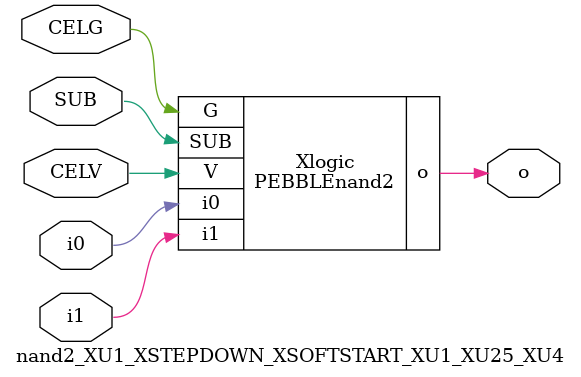
<source format=v>



module PEBBLEnand2 ( o, G, SUB, V, i0, i1 );

  input i0;
  input V;
  input i1;
  input G;
  output o;
  input SUB;
endmodule

//Celera Confidential Do Not Copy nand2_XU1_XSTEPDOWN_XSOFTSTART_XU1_XU25_XU4
//Celera Confidential Symbol Generator
//5V NAND2
module nand2_XU1_XSTEPDOWN_XSOFTSTART_XU1_XU25_XU4 (CELV,CELG,i0,i1,o,SUB);
input CELV;
input CELG;
input i0;
input i1;
input SUB;
output o;

//Celera Confidential Do Not Copy nand2
PEBBLEnand2 Xlogic(
.V (CELV),
.i0 (i0),
.i1 (i1),
.o (o),
.SUB (SUB),
.G (CELG)
);
//,diesize,PEBBLEnand2

//Celera Confidential Do Not Copy Module End
//Celera Schematic Generator
endmodule

</source>
